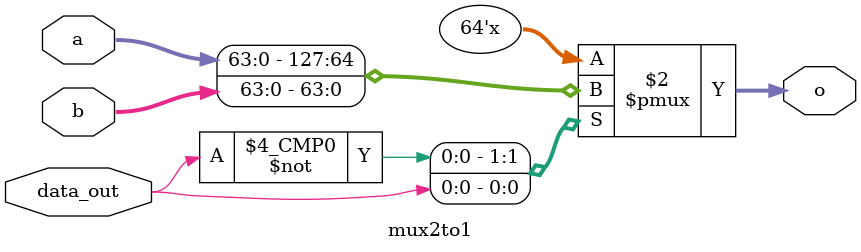
<source format=v>

`timescale 1ns / 1ps

module mux2to1(input [63:0] a, input [63:0] b, input data_out, output reg [63:0] o);
always @(*)
    case (data_out)
        0: o = a;
        1: o = b;
    endcase
endmodule

</source>
